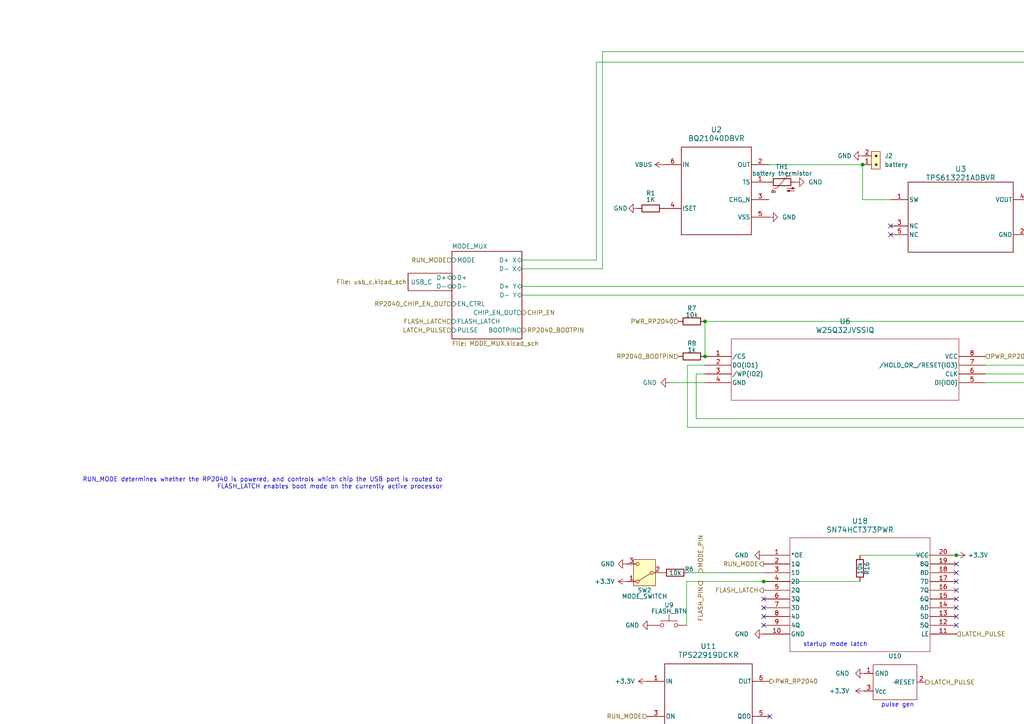
<source format=kicad_sch>
(kicad_sch (version 20230121) (generator eeschema)
  (paper "A4")
  (lib_symbols
    (symbol "2024-01-02_21-46-21:BQ21040DBVR" (pin_names (offset 0.254))
      (property "Reference" "U" (at 0 2.54 0))
      (property "Value" "BQ21040DBVR" (at 0 0 0))
      (symbol "BQ21040DBVR_0_1"
        (pin input line (at 15.24 2.54 180) (length 5.08) (name "TS") (number "1"))
        (pin power_in line (at 15.24 7.62 180) (length 5.08) (name "OUT") (number "2"))
        (pin open_collector line (at 15.24 -2.54 180) (length 5.08) (name "CHG_N") (number "3"))
        (pin input line (at -15.24 -5.08 0) (length 5.08) (name "ISET") (number "4"))
        (pin power_in line (at 15.24 -7.62 180) (length 5.08) (name "VSS") (number "5"))
        (pin power_in line (at -15.24 7.62 0) (length 5.08) (name "IN") (number "6"))
      )
    )
    (symbol "2024-01-02_21-46-27:TPS613221ADBVR" (pin_names (offset 0.254))
      (property "Reference" "U" (at 0 2.54 0))
      (property "Value" "TPS613221ADBVR" (at 0 0 0))
      (symbol "TPS613221ADBVR_0_1"
        (pin power_in line (at -20.32 5.08 0) (length 5.08) (name "SW") (number "1"))
        (pin power_in line (at 20.32 -5.08 180) (length 5.08) (name "GND") (number "2"))
        (pin unspecified line (at -20.32 -2.54 0) (length 5.08) (name "NC") (number "3"))
        (pin power_in line (at 20.32 5.08 180) (length 5.08) (name "VOUT") (number "4"))
        (pin unspecified line (at -20.32 -5.08 0) (length 5.08) (name "NC") (number "5"))
      )
    )
    (symbol "2024-01-09_16-08-29:W25Q32JVSSIQ" (pin_names (offset 0.254))
      (property "Reference" "U" (at 40.64 10.16 0))
      (property "Value" "W25Q32JVSSIQ" (at 40.64 7.62 0))
      (symbol "W25Q32JVSSIQ_0_1"
        (pin unspecified line (at 0 0 0) (length 7.62) (name "/CS") (number "1"))
        (pin unspecified line (at 0 -2.54 0) (length 7.62) (name "DO(IO1)") (number "2"))
        (pin unspecified line (at 0 -5.08 0) (length 7.62) (name "/WP(IO2)") (number "3"))
        (pin power_out line (at 0 -7.62 0) (length 7.62) (name "GND") (number "4"))
        (pin unspecified line (at 81.28 -7.62 180) (length 7.62) (name "DI(IO0)") (number "5"))
        (pin unspecified line (at 81.28 -5.08 180) (length 7.62) (name "CLK") (number "6"))
        (pin unspecified line (at 81.28 -2.54 180) (length 7.62) (name "/HOLD_OR_/RESET(IO3)") (number "7"))
        (pin power_in line (at 81.28 0 180) (length 7.62) (name "VCC") (number "8"))
      )
    )
    (symbol "2024-01-10_18-59-37:RESET_TIMER"
      (property "Reference" "U" (at 0 6.35 0))
      (symbol "RESET_TIMER_1_1"
        (pin passive line (at -8.89 2.54 0) (length 2.54) (name "GND") (number "1"))
        (pin output line (at 8.89 0 180) (length 2.54) (name "RESET") (number "2"))
        (pin passive line (at -8.89 -2.54 0) (length 2.54) (name "V_{CC}") (number "3"))
      )
    )
    (symbol "2024-01-10_19-26-16:TPS22919DCKR" (pin_names (offset 0.254))
      (property "Reference" "U" (at 0 2.54 0))
      (property "Value" "TPS22919DCKR" (at 0 0 0))
      (symbol "TPS22919DCKR_0_1"
        (pin power_in line (at -17.78 7.62 0) (length 5.08) (name "IN") (number "1"))
        (pin power_in line (at 17.78 -10.16 180) (length 5.08) (name "GND") (number "2"))
        (pin input line (at -17.78 -2.54 0) (length 5.08) (name "ON") (number "3"))
        (pin unspecified line (at -17.78 -10.16 0) (length 5.08) (name "N_C") (number "4"))
        (pin power_in line (at 17.78 -2.54 180) (length 5.08) (name "QOD") (number "5"))
        (pin power_in line (at 17.78 7.62 180) (length 5.08) (name "OUT") (number "6"))
      )
    )
    (symbol "2024-01-19_20-37-39:SN74HCT373PWR" (pin_names (offset 0.254))
      (property "Reference" "U" (at 27.94 10.16 0))
      (property "Value" "SN74HCT373PWR" (at 27.94 7.62 0))
      (symbol "SN74HCT373PWR_0_1"
        (pin input line (at 0 0 0) (length 7.62) (name "*OE") (number "1"))
        (pin power_in line (at 0 -22.86 0) (length 7.62) (name "GND") (number "10"))
        (pin input line (at 55.88 -22.86 180) (length 7.62) (name "LE") (number "11"))
        (pin output line (at 55.88 -20.32 180) (length 7.62) (name "5Q") (number "12"))
        (pin input line (at 55.88 -17.78 180) (length 7.62) (name "5D") (number "13"))
        (pin input line (at 55.88 -15.24 180) (length 7.62) (name "6D") (number "14"))
        (pin output line (at 55.88 -12.7 180) (length 7.62) (name "6Q") (number "15"))
        (pin output line (at 55.88 -10.16 180) (length 7.62) (name "7Q") (number "16"))
        (pin input line (at 55.88 -7.62 180) (length 7.62) (name "7D") (number "17"))
        (pin input line (at 55.88 -5.08 180) (length 7.62) (name "8D") (number "18"))
        (pin output line (at 55.88 -2.54 180) (length 7.62) (name "8Q") (number "19"))
        (pin output line (at 0 -2.54 0) (length 7.62) (name "1Q") (number "2"))
        (pin power_in line (at 55.88 0 180) (length 7.62) (name "VCC") (number "20"))
        (pin input line (at 0 -5.08 0) (length 7.62) (name "1D") (number "3"))
        (pin input line (at 0 -7.62 0) (length 7.62) (name "2D") (number "4"))
        (pin output line (at 0 -10.16 0) (length 7.62) (name "2Q") (number "5"))
        (pin output line (at 0 -12.7 0) (length 7.62) (name "3Q") (number "6"))
        (pin input line (at 0 -15.24 0) (length 7.62) (name "3D") (number "7"))
        (pin input line (at 0 -17.78 0) (length 7.62) (name "4D") (number "8"))
        (pin output line (at 0 -20.32 0) (length 7.62) (name "4Q") (number "9"))
      )
    )
    (symbol "5530843-5:5530843-5" (pin_names (offset 1.016))
      (property "Reference" "J" (at -10.16 34.29 0))
      (property "Value" "5530843-5" (at -10.16 -35.56 0))
      (symbol "5530843-5_0_0"
        (pin passive line (at -12.7 30.48 0) (length 5.08) (name "1") (number "1"))
        (pin passive line (at 12.7 20.32 180) (length 5.08) (name "10") (number "10"))
        (pin passive line (at -12.7 17.78 0) (length 5.08) (name "11") (number "11"))
        (pin passive line (at 12.7 17.78 180) (length 5.08) (name "12") (number "12"))
        (pin passive line (at -12.7 15.24 0) (length 5.08) (name "13") (number "13"))
        (pin passive line (at 12.7 15.24 180) (length 5.08) (name "14") (number "14"))
        (pin passive line (at -12.7 12.7 0) (length 5.08) (name "15") (number "15"))
        (pin passive line (at 12.7 12.7 180) (length 5.08) (name "16") (number "16"))
        (pin passive line (at -12.7 10.16 0) (length 5.08) (name "17") (number "17"))
        (pin passive line (at 12.7 10.16 180) (length 5.08) (name "18") (number "18"))
        (pin passive line (at -12.7 7.62 0) (length 5.08) (name "19") (number "19"))
        (pin passive line (at 12.7 30.48 180) (length 5.08) (name "2") (number "2"))
        (pin passive line (at 12.7 7.62 180) (length 5.08) (name "20") (number "20"))
        (pin passive line (at -12.7 5.08 0) (length 5.08) (name "21") (number "21"))
        (pin passive line (at 12.7 5.08 180) (length 5.08) (name "22") (number "22"))
        (pin passive line (at -12.7 2.54 0) (length 5.08) (name "23") (number "23"))
        (pin passive line (at 12.7 2.54 180) (length 5.08) (name "24") (number "24"))
        (pin passive line (at -12.7 0 0) (length 5.08) (name "25") (number "25"))
        (pin passive line (at 12.7 0 180) (length 5.08) (name "26") (number "26"))
        (pin passive line (at -12.7 -2.54 0) (length 5.08) (name "27") (number "27"))
        (pin passive line (at 12.7 -2.54 180) (length 5.08) (name "28") (number "28"))
        (pin passive line (at -12.7 -5.08 0) (length 5.08) (name "29") (number "29"))
        (pin passive line (at -12.7 27.94 0) (length 5.08) (name "3") (number "3"))
        (pin passive line (at 12.7 -5.08 180) (length 5.08) (name "30") (number "30"))
        (pin passive line (at -12.7 -7.62 0) (length 5.08) (name "31") (number "31"))
        (pin passive line (at 12.7 -7.62 180) (length 5.08) (name "32") (number "32"))
        (pin passive line (at -12.7 -10.16 0) (length 5.08) (name "33") (number "33"))
        (pin passive line (at 12.7 -10.16 180) (length 5.08) (name "34") (number "34"))
        (pin passive line (at -12.7 -12.7 0) (length 5.08) (name "35") (number "35"))
        (pin passive line (at 12.7 -12.7 180) (length 5.08) (name "36") (number "36"))
        (pin passive line (at -12.7 -15.24 0) (length 5.08) (name "37") (number "37"))
        (pin passive line (at 12.7 -15.24 180) (length 5.08) (name "38") (number "38"))
        (pin passive line (at -12.7 -17.78 0) (length 5.08) (name "39") (number "39"))
        (pin passive line (at 12.7 27.94 180) (length 5.08) (name "4") (number "4"))
        (pin passive line (at 12.7 -17.78 180) (length 5.08) (name "40") (number "40"))
        (pin passive line (at -12.7 -20.32 0) (length 5.08) (name "41") (number "41"))
        (pin passive line (at 12.7 -20.32 180) (length 5.08) (name "42") (number "42"))
        (pin passive line (at -12.7 -22.86 0) (length 5.08) (name "43") (number "43"))
        (pin passive line (at 12.7 -22.86 180) (length 5.08) (name "44") (number "44"))
        (pin passive line (at -12.7 -25.4 0) (length 5.08) (name "45") (number "45"))
        (pin passive line (at 12.7 -25.4 180) (length 5.08) (name "46") (number "46"))
        (pin passive line (at -12.7 -27.94 0) (length 5.08) (name "47") (number "47"))
        (pin passive line (at 12.7 -27.94 180) (length 5.08) (name "48") (number "48"))
        (pin passive line (at -12.7 -30.48 0) (length 5.08) (name "49") (number "49"))
        (pin passive line (at -12.7 25.4 0) (length 5.08) (name "5") (number "5"))
        (pin passive line (at 12.7 -30.48 180) (length 5.08) (name "50") (number "50"))
        (pin passive line (at 12.7 25.4 180) (length 5.08) (name "6") (number "6"))
        (pin passive line (at -12.7 22.86 0) (length 5.08) (name "7") (number "7"))
        (pin passive line (at 12.7 22.86 180) (length 5.08) (name "8") (number "8"))
        (pin passive line (at -12.7 20.32 0) (length 5.08) (name "9") (number "9"))
      )
    )
    (symbol "Connector:Micro_SD_Card" (pin_names (offset 1.016))
      (property "Reference" "J" (at -16.51 15.24 0))
      (property "Value" "Micro_SD_Card" (at 16.51 15.24 0))
      (symbol "Micro_SD_Card_1_1"
        (pin bidirectional line (at -22.86 7.62 0) (length 3.81) (name "DAT2") (number "1"))
        (pin bidirectional line (at -22.86 5.08 0) (length 3.81) (name "DAT3/CD") (number "2"))
        (pin input line (at -22.86 2.54 0) (length 3.81) (name "CMD") (number "3"))
        (pin power_in line (at -22.86 0 0) (length 3.81) (name "VDD") (number "4"))
        (pin input line (at -22.86 -2.54 0) (length 3.81) (name "CLK") (number "5"))
        (pin power_in line (at -22.86 -5.08 0) (length 3.81) (name "VSS") (number "6"))
        (pin bidirectional line (at -22.86 -7.62 0) (length 3.81) (name "DAT0") (number "7"))
        (pin bidirectional line (at -22.86 -10.16 0) (length 3.81) (name "DAT1") (number "8"))
        (pin passive line (at 20.32 -15.24 180) (length 3.81) (name "SHIELD") (number "9"))
      )
    )
    (symbol "Device:Crystal" (pin_numbers hide) (pin_names (offset 1.016) hide)
      (property "Reference" "Y" (at 0 3.81 0))
      (property "Value" "Crystal" (at 0 -3.81 0))
      (symbol "Crystal_1_1"
        (pin passive line (at -3.81 0 0) (length 1.27) (name "1") (number "1"))
        (pin passive line (at 3.81 0 180) (length 1.27) (name "2") (number "2"))
      )
    )
    (symbol "Device:R" (pin_numbers hide) (pin_names (offset 0))
      (property "Reference" "R" (at 2.032 0 90))
      (property "Value" "R" (at 0 0 90))
      (symbol "R_1_1"
        (pin passive line (at 0 3.81 270) (length 1.27) (name "~") (number "1"))
        (pin passive line (at 0 -3.81 90) (length 1.27) (name "~") (number "2"))
      )
    )
    (symbol "Device:Thermistor_NTC" (pin_numbers hide) (pin_names (offset 0))
      (property "Reference" "TH" (at -4.445 0 90))
      (property "Value" "Thermistor_NTC" (at 3.175 0 90))
      (symbol "Thermistor_NTC_1_1"
        (pin passive line (at 0 3.81 270) (length 1.27) (name "~") (number "1"))
        (pin passive line (at 0 -3.81 90) (length 1.27) (name "~") (number "2"))
      )
    )
    (symbol "MCU_RaspberryPi:RP2040"
      (property "Reference" "U" (at 17.78 45.72 0))
      (property "Value" "RP2040" (at 17.78 43.18 0))
      (symbol "RP2040_1_1"
        (pin power_in line (at 2.54 45.72 270) (length 3.81) (name "IOVDD") (number "1"))
        (pin passive line (at 2.54 45.72 270) (length 3.81) hide (name "IOVDD") (number "10"))
        (pin bidirectional line (at 25.4 17.78 180) (length 3.81) (name "GPIO8") (number "11"))
        (pin bidirectional line (at 25.4 15.24 180) (length 3.81) (name "GPIO9") (number "12"))
        (pin bidirectional line (at 25.4 12.7 180) (length 3.81) (name "GPIO10") (number "13"))
        (pin bidirectional line (at 25.4 10.16 180) (length 3.81) (name "GPIO11") (number "14"))
        (pin bidirectional line (at 25.4 7.62 180) (length 3.81) (name "GPIO12") (number "15"))
        (pin bidirectional line (at 25.4 5.08 180) (length 3.81) (name "GPIO13") (number "16"))
        (pin bidirectional line (at 25.4 2.54 180) (length 3.81) (name "GPIO14") (number "17"))
        (pin bidirectional line (at 25.4 0 180) (length 3.81) (name "GPIO15") (number "18"))
        (pin input line (at -25.4 -38.1 0) (length 3.81) (name "TESTEN") (number "19"))
        (pin bidirectional line (at 25.4 38.1 180) (length 3.81) (name "GPIO0") (number "2"))
        (pin input line (at -25.4 -7.62 0) (length 3.81) (name "XIN") (number "20"))
        (pin passive line (at -25.4 -17.78 0) (length 3.81) (name "XOUT") (number "21"))
        (pin passive line (at 2.54 45.72 270) (length 3.81) hide (name "IOVDD") (number "22"))
        (pin power_in line (at -2.54 45.72 270) (length 3.81) (name "DVDD") (number "23"))
        (pin input line (at -25.4 -27.94 0) (length 3.81) (name "SWCLK") (number "24"))
        (pin bidirectional line (at -25.4 -30.48 0) (length 3.81) (name "SWD") (number "25"))
        (pin input line (at -25.4 38.1 0) (length 3.81) (name "RUN") (number "26"))
        (pin bidirectional line (at 25.4 -2.54 180) (length 3.81) (name "GPIO16") (number "27"))
        (pin bidirectional line (at 25.4 -5.08 180) (length 3.81) (name "GPIO17") (number "28"))
        (pin bidirectional line (at 25.4 -7.62 180) (length 3.81) (name "GPIO18") (number "29"))
        (pin bidirectional line (at 25.4 35.56 180) (length 3.81) (name "GPIO1") (number "3"))
        (pin bidirectional line (at 25.4 -10.16 180) (length 3.81) (name "GPIO19") (number "30"))
        (pin bidirectional line (at 25.4 -12.7 180) (length 3.81) (name "GPIO20") (number "31"))
        (pin bidirectional line (at 25.4 -15.24 180) (length 3.81) (name "GPIO21") (number "32"))
        (pin passive line (at 2.54 45.72 270) (length 3.81) hide (name "IOVDD") (number "33"))
        (pin bidirectional line (at 25.4 -17.78 180) (length 3.81) (name "GPIO22") (number "34"))
        (pin bidirectional line (at 25.4 -20.32 180) (length 3.81) (name "GPIO23") (number "35"))
        (pin bidirectional line (at 25.4 -22.86 180) (length 3.81) (name "GPIO24") (number "36"))
        (pin bidirectional line (at 25.4 -25.4 180) (length 3.81) (name "GPIO25") (number "37"))
        (pin bidirectional line (at 25.4 -30.48 180) (length 3.81) (name "GPIO26_ADC0") (number "38"))
        (pin bidirectional line (at 25.4 -33.02 180) (length 3.81) (name "GPIO27_ADC1") (number "39"))
        (pin bidirectional line (at 25.4 33.02 180) (length 3.81) (name "GPIO2") (number "4"))
        (pin bidirectional line (at 25.4 -35.56 180) (length 3.81) (name "GPIO28_ADC2") (number "40"))
        (pin bidirectional line (at 25.4 -38.1 180) (length 3.81) (name "GPIO29_ADC3") (number "41"))
        (pin passive line (at 2.54 45.72 270) (length 3.81) hide (name "IOVDD") (number "42"))
        (pin power_in line (at 7.62 45.72 270) (length 3.81) (name "ADC_AVDD") (number "43"))
        (pin power_in line (at 10.16 45.72 270) (length 3.81) (name "VREG_IN") (number "44"))
        (pin power_out line (at -5.08 45.72 270) (length 3.81) (name "VREG_VOUT") (number "45"))
        (pin bidirectional line (at -25.4 27.94 0) (length 3.81) (name "USB_DM") (number "46"))
        (pin bidirectional line (at -25.4 30.48 0) (length 3.81) (name "USB_DP") (number "47"))
        (pin power_in line (at 5.08 45.72 270) (length 3.81) (name "USB_VDD") (number "48"))
        (pin passive line (at 2.54 45.72 270) (length 3.81) hide (name "IOVDD") (number "49"))
        (pin bidirectional line (at 25.4 30.48 180) (length 3.81) (name "GPIO3") (number "5"))
        (pin passive line (at -2.54 45.72 270) (length 3.81) hide (name "DVDD") (number "50"))
        (pin bidirectional line (at -25.4 7.62 0) (length 3.81) (name "QSPI_SD3") (number "51"))
        (pin output line (at -25.4 5.08 0) (length 3.81) (name "QSPI_SCLK") (number "52"))
        (pin bidirectional line (at -25.4 15.24 0) (length 3.81) (name "QSPI_SD0") (number "53"))
        (pin bidirectional line (at -25.4 10.16 0) (length 3.81) (name "QSPI_SD2") (number "54"))
        (pin bidirectional line (at -25.4 12.7 0) (length 3.81) (name "QSPI_SD1") (number "55"))
        (pin bidirectional line (at -25.4 20.32 0) (length 3.81) (name "QSPI_SS") (number "56"))
        (pin power_in line (at 0 -45.72 90) (length 3.81) (name "GND") (number "57"))
        (pin bidirectional line (at 25.4 27.94 180) (length 3.81) (name "GPIO4") (number "6"))
        (pin bidirectional line (at 25.4 25.4 180) (length 3.81) (name "GPIO5") (number "7"))
        (pin bidirectional line (at 25.4 22.86 180) (length 3.81) (name "GPIO6") (number "8"))
        (pin bidirectional line (at 25.4 20.32 180) (length 3.81) (name "GPIO7") (number "9"))
      )
    )
    (symbol "Switch:SW_SPDT" (pin_names (offset 0) hide)
      (property "Reference" "SW" (at 0 5.08 0))
      (property "Value" "SW_SPDT" (at 0 -5.08 0))
      (symbol "SW_SPDT_1_1"
        (pin passive line (at 5.08 2.54 180) (length 2.54) (name "A") (number "1"))
        (pin passive line (at -5.08 0 0) (length 2.54) (name "B") (number "2"))
        (pin passive line (at 5.08 -2.54 180) (length 2.54) (name "C") (number "3"))
      )
    )
    (symbol "custom:button" (pin_numbers hide) (pin_names hide)
      (property "Reference" "U" (at 0 5.08 0))
      (symbol "button_1_1"
        (pin passive line (at -5.08 0 0) (length 2.54) (name "1") (number "1"))
        (pin passive line (at 5.08 0 180) (length 2.54) (name "2") (number "2"))
      )
    )
    (symbol "dk_Rectangular-Connectors-Headers-Male-Pins:640456-3" (pin_names (offset 1.016))
      (property "Reference" "J" (at -2.54 1.27 0))
      (property "Value" "640456-3" (at 2.54 -3.81 0))
      (symbol "640456-3_1_1"
        (pin passive line (at 0 2.54 270) (length 2.54) (name "~") (number "1"))
        (pin passive line (at 2.54 2.54 270) (length 2.54) (name "~") (number "2"))
        (pin passive line (at 5.08 2.54 270) (length 2.54) (name "~") (number "3"))
      )
    )
    (symbol "dk_Rectangular-Connectors-Headers-Male-Pins:S2B-PH-K-S_LF__SN_" (pin_names (offset 1.016))
      (property "Reference" "J" (at -2.54 -1.27 0))
      (property "Value" "S2B-PH-K-S_LF__SN_" (at 1.27 -3.81 0))
      (symbol "S2B-PH-K-S_LF__SN__1_1"
        (pin passive line (at 0 2.54 270) (length 2.54) (name "~") (number "1"))
        (pin passive line (at 2.54 2.54 270) (length 2.54) (name "~") (number "2"))
      )
    )
    (symbol "power:+3.3V" (power) (pin_names (offset 0))
      (property "Value" "+3.3V" (at 0 3.556 0))
      (symbol "+3.3V_1_1"
        (pin power_in line (at 0 0 90) (length 0) hide (name "+3.3V") (number "1"))
      )
    )
    (symbol "power:GND" (power) (pin_names (offset 0))
      (property "Value" "GND" (at 0 -3.81 0))
      (symbol "GND_1_1"
        (pin power_in line (at 0 0 270) (length 0) hide (name "GND") (number "1"))
      )
    )
    (symbol "power:VBUS" (power) (pin_names (offset 0))
      (property "Value" "VBUS" (at 0 3.81 0))
      (symbol "VBUS_1_1"
        (pin power_in line (at 0 0 90) (length 0) hide (name "VBUS") (number "1"))
      )
    )
    (symbol "power:VCC" (power) (pin_names (offset 0))
      (property "Value" "VCC" (at 0 3.81 0))
      (symbol "VCC_1_1"
        (pin power_in line (at 0 0 90) (length 0) hide (name "VCC") (number "1"))
      )
    )
  )
  (junction (at 395.224 44.45))
  (junction (at 250.19 47.752))
  (junction (at 421.894 218.44))
  (junction (at 447.294 185.928))
  (junction (at 579.374 288.798))
  (junction (at 402.082 44.45))
  (junction (at 221.488 168.656))
  (junction (at 424.434 220.98))
  (junction (at 553.974 349.758))
  (junction (at 277.368 161.036))
  (junction (at 579.374 349.758))
  (junction (at 352.806 67.818))
  (junction (at 324.358 159.258))
  (junction (at 350.266 67.818))
  (junction (at 204.47 93.218))
  (junction (at 553.974 288.798))
  (junction (at 204.47 103.378))
  (junction (at 350.266 64.008))
  (junction (at 402.082 34.29))
  (junction (at 355.346 67.818))
  (no_connect (at 258.318 68.072))
  (no_connect (at 258.318 65.532))
  (no_connect (at 221.488 178.816))
  (no_connect (at 277.368 176.276))
  (no_connect (at 277.368 166.116))
  (no_connect (at 277.368 163.576))
  (no_connect (at 402.082 52.07))
  (no_connect (at 277.368 181.356))
  (no_connect (at 277.368 168.656))
  (no_connect (at 373.126 151.638))
  (no_connect (at 277.368 178.816))
  (no_connect (at 221.488 181.356))
  (no_connect (at 223.266 207.772))
  (no_connect (at 437.642 44.45))
  (no_connect (at 277.368 171.196))
  (no_connect (at 221.488 173.736))
  (no_connect (at 277.368 173.736))
  (no_connect (at 187.706 215.392))
  (no_connect (at 221.488 176.276))
  (wire (pts (xy 451.739 191.008) (xy 451.739 185.928)))
  (wire (pts (xy 172.974 18.034) (xy 549.148 18.034)))
  (wire (pts (xy 432.054 226.06) (xy 429.514 226.06)))
  (wire (pts (xy 322.326 130.048) (xy 322.326 131.318)))
  (wire (pts (xy 151.384 75.438) (xy 172.974 75.438)))
  (wire (pts (xy 322.326 64.008) (xy 350.266 64.008)))
  (wire (pts (xy 403.86 220.98) (xy 424.434 220.98)))
  (wire (pts (xy 402.082 146.558) (xy 402.082 155.448)))
  (wire (pts (xy 373.126 108.458) (xy 411.734 108.458)))
  (wire (pts (xy 373.126 88.138) (xy 411.734 88.138)))
  (wire (pts (xy 174.752 77.978) (xy 174.752 14.986)))
  (wire (pts (xy 199.39 105.918) (xy 199.39 123.952)))
  (wire (pts (xy 285.75 108.458) (xy 322.326 108.458)))
  (wire (pts (xy 311.15 110.998) (xy 311.15 98.298)))
  (wire (pts (xy 250.19 47.752) (xy 250.19 57.912)))
  (wire (pts (xy 201.93 121.412) (xy 316.23 121.412)))
  (wire (pts (xy 322.326 159.258) (xy 324.358 159.258)))
  (wire (pts (xy 221.488 168.656) (xy 249.428 168.656)))
  (wire (pts (xy 399.542 157.988) (xy 399.542 144.018)))
  (wire (pts (xy 373.126 85.598) (xy 411.734 85.598)))
  (wire (pts (xy 553.974 347.218) (xy 553.974 349.758)))
  (wire (pts (xy 402.082 185.928) (xy 447.294 185.928)))
  (wire (pts (xy 342.646 67.818) (xy 345.186 67.818)))
  (wire (pts (xy 454.406 152.908) (xy 404.622 152.908)))
  (wire (pts (xy 421.894 163.068) (xy 454.406 163.068)))
  (wire (pts (xy 553.974 288.798) (xy 553.974 291.338)))
  (wire (pts (xy 402.082 34.29) (xy 402.082 35.56)))
  (wire (pts (xy 322.326 151.638) (xy 322.326 159.258)))
  (wire (pts (xy 194.31 110.998) (xy 204.47 110.998)))
  (wire (pts (xy 373.126 131.318) (xy 411.734 131.318)))
  (wire (pts (xy 499.872 155.448) (xy 555.244 155.448)))
  (wire (pts (xy 352.806 67.818) (xy 355.346 67.818)))
  (wire (pts (xy 285.75 105.918) (xy 322.326 105.918)))
  (wire (pts (xy 313.69 100.838) (xy 322.326 100.838)))
  (wire (pts (xy 395.224 44.45) (xy 395.224 49.53)))
  (wire (pts (xy 373.126 95.758) (xy 411.734 95.758)))
  (wire (pts (xy 350.266 59.182) (xy 350.266 64.008)))
  (wire (pts (xy 151.384 77.978) (xy 174.752 77.978)))
  (wire (pts (xy 424.434 165.608) (xy 454.406 165.608)))
  (wire (pts (xy 549.148 18.034) (xy 549.148 152.908)))
  (wire (pts (xy 402.082 196.088) (xy 402.082 185.928)))
  (wire (pts (xy 426.974 223.52) (xy 432.054 223.52)))
  (wire (pts (xy 373.126 80.518) (xy 411.734 80.518)))
  (wire (pts (xy 373.126 100.838) (xy 411.734 100.838)))
  (wire (pts (xy 373.126 116.078) (xy 411.734 116.078)))
  (wire (pts (xy 249.428 161.036) (xy 277.368 161.036)))
  (wire (pts (xy 373.126 93.218) (xy 411.734 93.218)))
  (wire (pts (xy 404.622 152.908) (xy 404.622 138.938)))
  (wire (pts (xy 172.974 75.438) (xy 172.974 18.034)))
  (wire (pts (xy 373.126 128.778) (xy 411.734 128.778)))
  (wire (pts (xy 555.244 14.986) (xy 555.244 155.448)))
  (wire (pts (xy 404.622 138.938) (xy 373.126 138.938)))
  (wire (pts (xy 399.542 144.018) (xy 373.126 144.018)))
  (wire (pts (xy 285.75 110.998) (xy 311.15 110.998)))
  (wire (pts (xy 447.294 183.388) (xy 450.342 183.388)))
  (wire (pts (xy 373.126 123.698) (xy 411.734 123.698)))
  (wire (pts (xy 421.894 163.068) (xy 421.894 218.44)))
  (wire (pts (xy 373.126 118.618) (xy 411.734 118.618)))
  (wire (pts (xy 579.374 347.218) (xy 579.374 349.758)))
  (wire (pts (xy 451.104 183.388) (xy 451.104 188.468)))
  (wire (pts (xy 447.294 175.768) (xy 454.406 175.768)))
  (wire (pts (xy 447.294 191.008) (xy 451.739 191.008)))
  (wire (pts (xy 373.126 121.158) (xy 411.734 121.158)))
  (wire (pts (xy 394.97 34.29) (xy 402.082 34.29)))
  (wire (pts (xy 450.342 180.848) (xy 454.406 180.848)))
  (wire (pts (xy 407.416 150.368) (xy 454.406 150.368)))
  (wire (pts (xy 373.126 90.678) (xy 411.734 90.678)))
  (wire (pts (xy 402.082 155.448) (xy 454.406 155.448)))
  (wire (pts (xy 373.126 103.378) (xy 411.734 103.378)))
  (wire (pts (xy 454.406 183.388) (xy 451.104 183.388)))
  (wire (pts (xy 451.739 185.928) (xy 454.406 185.928)))
  (wire (pts (xy 322.326 64.008) (xy 322.326 75.438)))
  (wire (pts (xy 373.126 105.918) (xy 411.734 105.918)))
  (wire (pts (xy 350.266 64.008) (xy 350.266 67.818)))
  (wire (pts (xy 350.266 67.818) (xy 352.806 67.818)))
  (wire (pts (xy 174.752 14.986) (xy 555.244 14.986)))
  (wire (pts (xy 404.114 196.088) (xy 402.082 196.088)))
  (wire (pts (xy 316.23 121.412) (xy 316.23 103.378)))
  (wire (pts (xy 447.294 188.468) (xy 451.104 188.468)))
  (wire (pts (xy 403.86 218.44) (xy 421.894 218.44)))
  (wire (pts (xy 199.39 123.952) (xy 313.69 123.952)))
  (wire (pts (xy 579.374 288.798) (xy 579.374 291.338)))
  (wire (pts (xy 429.514 170.688) (xy 454.406 170.688)))
  (wire (pts (xy 373.126 146.558) (xy 402.082 146.558)))
  (wire (pts (xy 426.974 168.148) (xy 426.974 223.52)))
  (wire (pts (xy 395.224 44.45) (xy 402.082 44.45)))
  (wire (pts (xy 355.346 67.818) (xy 357.886 67.818)))
  (wire (pts (xy 373.126 110.998) (xy 411.734 110.998)))
  (wire (pts (xy 322.326 121.158) (xy 322.326 122.428)))
  (wire (pts (xy 407.416 136.398) (xy 407.416 150.368)))
  (wire (pts (xy 390.144 39.37) (xy 395.224 39.37)))
  (wire (pts (xy 204.47 105.918) (xy 199.39 105.918)))
  (wire (pts (xy 395.224 39.37) (xy 395.224 44.45)))
  (wire (pts (xy 151.384 83.058) (xy 314.706 83.058)))
  (wire (pts (xy 204.47 93.218) (xy 204.47 103.378)))
  (wire (pts (xy 373.126 136.398) (xy 407.416 136.398)))
  (wire (pts (xy 426.974 168.148) (xy 454.406 168.148)))
  (wire (pts (xy 373.126 126.238) (xy 411.734 126.238)))
  (wire (pts (xy 429.514 226.06) (xy 429.514 170.688)))
  (wire (pts (xy 450.342 183.388) (xy 450.342 180.848)))
  (wire (pts (xy 201.93 108.458) (xy 201.93 121.412)))
  (wire (pts (xy 447.294 173.228) (xy 454.406 173.228)))
  (wire (pts (xy 311.15 98.298) (xy 322.326 98.298)))
  (wire (pts (xy 424.434 220.98) (xy 424.434 165.608)))
  (wire (pts (xy 250.19 57.912) (xy 258.318 57.912)))
  (wire (pts (xy 199.136 168.656) (xy 199.136 181.356)))
  (wire (pts (xy 199.136 168.656) (xy 221.488 168.656)))
  (wire (pts (xy 447.294 178.308) (xy 454.406 178.308)))
  (wire (pts (xy 373.126 83.058) (xy 411.734 83.058)))
  (wire (pts (xy 151.384 85.598) (xy 314.706 85.598)))
  (wire (pts (xy 313.69 123.952) (xy 313.69 100.838)))
  (wire (pts (xy 402.082 44.45) (xy 402.082 43.18)))
  (wire (pts (xy 454.406 157.988) (xy 399.542 157.988)))
  (wire (pts (xy 204.47 93.218) (xy 322.326 93.218)))
  (wire (pts (xy 324.358 159.258) (xy 347.726 159.258)))
  (wire (pts (xy 373.126 113.538) (xy 411.734 113.538)))
  (wire (pts (xy 316.23 103.378) (xy 322.326 103.378)))
  (wire (pts (xy 432.054 220.98) (xy 424.434 220.98)))
  (wire (pts (xy 421.894 218.44) (xy 432.054 218.44)))
  (wire (pts (xy 373.126 98.298) (xy 411.734 98.298)))
  (wire (pts (xy 223.012 47.752) (xy 250.19 47.752)))
  (wire (pts (xy 499.872 152.908) (xy 549.148 152.908)))
  (wire (pts (xy 373.126 133.858) (xy 411.734 133.858)))
  (wire (pts (xy 204.47 108.458) (xy 201.93 108.458)))
  (wire (pts (xy 199.644 166.116) (xy 221.488 166.116)))
  (rectangle (start 408.94 209.804) (end 472.44 308.864) (stroke (width 1)))
  (rectangle (start 527.558 274.574) (end 604.52 406.146) (stroke (width 1)))
  (rectangle (start 520.192 181.864) (end 604.774 253.746) (stroke (width 1)))
  (text "pulse gen" (at 255.524 205.232 0) (effects (font (size 1.27 1.27)) (justify left bottom)))
  (text "RUN_MODE determines whether the RP2040 is powered, and controls which chip the USB port is routed to\nFLASH_LATCH enables boot mode on the currently active processor" (at 128.397 141.986 0) (effects (font (size 1.27 1.27)) (justify right bottom)))
  (text "main keypad (\"Main Block\")" (at 522.986 188.214 0) (effects (font (size 2.5 2.5) (thickness 0.5) bold) (justify left bottom)))
  (text "startup mode latch" (at 232.918 187.706 0) (effects (font (size 1.27 1.27)) (justify left bottom)))
  (text "RP2040 power controller" (at 193.294 220.472 0) (effects (font (size 1.27 1.27)) (justify left bottom)))
  (text "edge connector" (at 529.844 280.67 0) (effects (font (size 2.5 2.5) (thickness 1) bold) (justify left bottom)))
  (text "main connector IO" (at 414.782 211.582 90) (effects (font (size 2.5 2.5) bold) (justify right bottom)))
  (hierarchical_label "KPA0" (shape input) (at 563.372 196.342 180))
  (hierarchical_label "KPB12" (shape input) (at 446.024 289.56 0))
  (hierarchical_label "CHIP_EN" (shape output) (at 151.384 90.678 0))
  (hierarchical_label "KPB8" (shape input) (at 446.024 279.4 0))
  (hierarchical_label "KPA11" (shape input) (at 579.374 321.818 0))
  (hierarchical_label "KPB1" (shape output) (at 553.974 296.418 180))
  (hierarchical_label "KPB6" (shape output) (at 563.372 216.662 180))
  (hierarchical_label "KPB9" (shape output) (at 563.372 224.282 180))
  (hierarchical_label "RP2040_UART0_RX" (shape input) (at 373.126 77.978 0))
  (hierarchical_label "PWR_RP2040" (shape output) (at 223.266 197.612 0))
  (hierarchical_label "KPB6" (shape output) (at 553.974 309.118 180))
  (hierarchical_label "LATCH_PULSE" (shape output) (at 268.478 197.866 0))
  (hierarchical_label "KPB7" (shape output) (at 563.372 219.202 180))
  (hierarchical_label "PWR_RP2040" (shape input) (at 411.734 77.978 180))
  (hierarchical_label "KPB15" (shape output) (at 553.974 331.978 180))
  (hierarchical_label "KPB2" (shape output) (at 563.372 206.502 180))
  (hierarchical_label "KPA8" (shape output) (at 446.024 238.76 0))
  (hierarchical_label "CHIP_EN" (shape input) (at 454.406 145.288 180))
  (hierarchical_label "FLASH_PIN" (shape output) (at 203.2 168.656 270))
  (hierarchical_label "KPA14" (shape input) (at 579.374 329.438 0))
  (hierarchical_label "FLASH_PIN" (shape output) (at 579.374 334.518 0))
  (hierarchical_label "RP2040_CHIP_EN_OUT" (shape input) (at 131.064 88.138 180))
  (hierarchical_label "FLASH_LATCH" (shape output) (at 221.488 171.196 180))
  (hierarchical_label "KPB10" (shape output) (at 563.372 226.822 180))
  (hierarchical_label "KPB11" (shape output) (at 553.974 321.818 180))
  (hierarchical_label "KPA15" (shape output) (at 446.024 256.54 0))
  (hierarchical_label "RP2040_UART0_RX" (shape output) (at 579.374 339.598 0))
  (hierarchical_label "ESP32_UART0_RX" (shape input) (at 499.872 145.288 0))
  (hierarchical_label "RP2040_BOOTPIN" (shape input) (at 196.85 103.378 180))
  (hierarchical_label "KPB3" (shape input) (at 446.024 266.7 0))
  (hierarchical_label "KPB8" (shape output) (at 563.372 221.742 180))
  (hierarchical_label "KPB7" (shape output) (at 553.974 311.658 180))
  (hierarchical_label "KPA3" (shape input) (at 579.374 301.498 0))
  (hierarchical_label "KPA5" (shape input) (at 579.374 306.578 0))
  (hierarchical_label "KPA1" (shape input) (at 563.372 198.882 180))
  (hierarchical_label "KPA2" (shape input) (at 579.374 298.958 0))
  (hierarchical_label "GPIO_I2C_INT" (shape bidirectional) (at 579.374 342.138 0))
  (hierarchical_label "KPB0" (shape output) (at 563.372 201.422 180))
  (hierarchical_label "KPA0" (shape output) (at 446.024 218.44 0))
  (hierarchical_label "KPB15" (shape input) (at 446.024 297.18 0))
  (hierarchical_label "KPA13" (shape input) (at 579.374 326.898 0))
  (hierarchical_label "RP2040_CHIP_EN_OUT" (shape input) (at 373.126 149.098 0))
  (hierarchical_label "KPB15" (shape output) (at 563.372 239.522 180))
  (hierarchical_label "GPIO_I2C_SDA" (shape bidirectional) (at 403.86 220.98 180))
  (hierarchical_label "KPB14" (shape output) (at 563.372 236.982 180))
  (hierarchical_label "KPA0" (shape input) (at 579.374 293.878 0))
  (hierarchical_label "KPB6" (shape input) (at 446.024 274.32 0))
  (hierarchical_label "KPB13" (shape output) (at 563.372 234.442 180))
  (hierarchical_label "ESP32_UART0_TX" (shape output) (at 499.872 147.828 0))
  (hierarchical_label "FLASH_LATCH" (shape input) (at 454.406 193.548 180))
  (hierarchical_label "RUN_MODE" (shape input) (at 131.064 75.438 180))
  (hierarchical_label "KPA13" (shape output) (at 446.024 251.46 0))
  (hierarchical_label "KPA9" (shape input) (at 579.374 316.738 0))
  (hierarchical_label "KPA14" (shape output) (at 446.024 254 0))
  (hierarchical_label "RUN_MODE" (shape input) (at 187.706 207.772 180))
  (hierarchical_label "KPA10" (shape input) (at 579.374 319.278 0))
  (hierarchical_label "KPA4" (shape input) (at 579.374 304.038 0))
  (hierarchical_label "KPA10" (shape output) (at 446.024 243.84 0))
  (hierarchical_label "GLOBAL_RESET_PIN" (shape output) (at 553.974 334.518 180))
  (hierarchical_label "KPB5" (shape output) (at 553.974 306.578 180))
  (hierarchical_label "GPIO_I2C_SCL" (shape bidirectional) (at 553.974 344.678 180))
  (hierarchical_label "KPB3" (shape output) (at 553.974 301.498 180))
  (hierarchical_label "KPB0" (shape output) (at 553.974 293.878 180))
  (hierarchical_label "PWR_RP2040" (shape output) (at 350.266 59.182 90))
  (hierarchical_label "KPB5" (shape input) (at 446.024 271.78 0))
  (hierarchical_label "KPA7" (shape input) (at 579.374 311.658 0))
  (hierarchical_label "KPA6" (shape input) (at 579.374 309.118 0))
  (hierarchical_label "KPB10" (shape input) (at 446.024 284.48 0))
  (hierarchical_label "ESP32_UART0_TX" (shape input) (at 579.374 337.058 0))
  (hierarchical_label "GPIO_I2C_SDA" (shape bidirectional) (at 579.374 344.678 0))
  (hierarchical_label "KPA7" (shape output) (at 446.024 236.22 0))
  (hierarchical_label "PWR_RP2040" (shape input) (at 196.85 93.218 180))
  (hierarchical_label "GLOBAL_RESET_PIN" (shape input) (at 390.144 39.37 180))
  (hierarchical_label "LATCH_PULSE" (shape input) (at 277.368 183.896 0))
  (hierarchical_label "KPA15" (shape input) (at 579.374 331.978 0))
  (hierarchical_label "KPB4" (shape output) (at 563.372 211.582 180))
  (hierarchical_label "KPB13" (shape input) (at 446.024 292.1 0))
  (hierarchical_label "KPA1" (shape input) (at 579.374 296.418 0))
  (hierarchical_label "KPB13" (shape output) (at 553.974 326.898 180))
  (hierarchical_label "KPB0" (shape input) (at 446.024 259.08 0))
  (hierarchical_label "KPB14" (shape output) (at 553.974 329.438 180))
  (hierarchical_label "KPB2" (shape output) (at 553.974 298.958 180))
  (hierarchical_label "KPA4" (shape output) (at 446.024 228.6 0))
  (hierarchical_label "KPB3" (shape output) (at 563.372 209.042 180))
  (hierarchical_label "FLASH_LATCH" (shape input) (at 131.064 93.218 180))
  (hierarchical_label "PWR_RP2040" (shape input) (at 285.75 103.378 0))
  (hierarchical_label "KPA11" (shape output) (at 446.024 246.38 0))
  (hierarchical_label "RP2040_UART0_TX" (shape output) (at 373.126 75.438 0))
  (hierarchical_label "KPB8" (shape output) (at 553.974 314.198 180))
  (hierarchical_label "KPB10" (shape output) (at 553.974 319.278 180))
  (hierarchical_label "KPB9" (shape input) (at 446.024 281.94 0))
  (hierarchical_label "ESP32_UART0_RX" (shape output) (at 553.974 337.058 180))
  (hierarchical_label "KPA9" (shape output) (at 446.024 241.3 0))
  (hierarchical_label "KPB12" (shape output) (at 553.974 324.358 180))
  (hierarchical_label "RUN_MODE" (shape output) (at 221.488 163.576 180))
  (hierarchical_label "KPB4" (shape output) (at 553.974 304.038 180))
  (hierarchical_label "KPB7" (shape input) (at 446.024 276.86 0))
  (hierarchical_label "KPA6" (shape output) (at 446.024 233.68 0))
  (hierarchical_label "KPB1" (shape input) (at 446.024 261.62 0))
  (hierarchical_label "KPA12" (shape input) (at 579.374 324.358 0))
  (hierarchical_label "KPA2" (shape output) (at 446.024 223.52 0))
  (hierarchical_label "KPB9" (shape output) (at 553.974 316.738 180))
  (hierarchical_label "KPB11" (shape output) (at 563.372 229.362 180))
  (hierarchical_label "KPB2" (shape input) (at 446.024 264.16 0))
  (hierarchical_label "KPA3" (shape output) (at 446.024 226.06 0))
  (hierarchical_label "GPIO_I2C_SCL" (shape bidirectional) (at 403.86 218.44 180))
  (hierarchical_label "KPB1" (shape output) (at 563.372 203.962 180))
  (hierarchical_label "KPA5" (shape output) (at 446.024 231.14 0))
  (hierarchical_label "KPA8" (shape input) (at 579.374 314.198 0))
  (hierarchical_label "KPA12" (shape output) (at 446.024 248.92 0))
  (hierarchical_label "RP2040_BOOTPIN" (shape output) (at 151.384 95.758 0))
  (hierarchical_label "KPA1" (shape output) (at 446.024 220.98 0))
  (hierarchical_label "KPB11" (shape input) (at 446.024 287.02 0))
  (hierarchical_label "KPB5" (shape output) (at 563.372 214.122 180))
  (hierarchical_label "KPB14" (shape input) (at 446.024 294.64 0))
  (hierarchical_label "RP2040_UART0_TX" (shape input) (at 553.974 339.598 180))
  (hierarchical_label "LATCH_PULSE" (shape input) (at 131.064 95.758 180))
  (hierarchical_label "MODE_PIN" (shape output) (at 553.974 342.138 180))
  (hierarchical_label "KPB4" (shape input) (at 446.024 269.24 0))
  (hierarchical_label "KPB12" (shape output) (at 563.372 231.902 180))
  (hierarchical_label "MODE_PIN" (shape output) (at 203.2 166.116 90))
  (symbol (lib_id "2024-01-09_16-08-29:W25Q32JVSSIQ") (at 204.47 103.378 0) (unit 1)
    (property "Reference" "U6" (at 245.11 93.218 0) (effects (font (size 1.524 1.524))))
    (property "Value" "W25Q32JVSSIQ" (at 245.11 95.758 0) (effects (font (size 1.524 1.524))))
    (property "Footprint" "footprints:SOIC-8_5P28X5P28_WIN" (effects hide))
    (property "Datasheet" "W25Q32JVSSIQ" (effects hide))
  )
  (symbol (lib_id "power:VCC") (at 298.958 57.912 270) (unit 1)
    (property "Reference" "#PWR027" (effects hide))
    (property "Value" "VCC" (at 302.26 57.912 90) (effects (justify left)))
  )
  (symbol (lib_id "5530843-5:5530843-5") (at 566.674 319.278 0) (mirror x) (unit 1)
    (property "Reference" "J3" (at 556.514 353.568 0) (effects (justify left bottom)))
    (property "Value" "5530843-5" (at 556.514 283.718 0) (effects (justify left bottom)))
    (property "Footprint" "5530843_5:edgeport" (effects hide))
    (property "PARTREV" "G1" (effects hide))
    (property "STANDARD" "Manufacturer Recommendations" (effects hide))
    (property "MAXIMUM_PACKAGE_HEIGHT" "15.5 mm" (effects hide))
    (property "MANUFACTURER" "TE Connectivity" (effects hide))
  )
  (symbol (lib_id "power:+3.3V") (at 250.698 200.406 90) (unit 1)
    (property "Reference" "#PWR031" (effects hide))
    (property "Value" "+3.3V" (at 246.38 200.406 90) (effects (justify left)))
  )
  (symbol (lib_id "power:GND") (at 385.064 49.53 270) (unit 1)
    (property "Reference" "#PWR08" (effects hide))
    (property "Value" "GND" (at 381 49.53 90) (effects (justify right)))
  )
  (symbol (lib_id "custom:button") (at 390.144 49.53 0) (unit 1)
    (property "Reference" "U17" (at 390.144 43.688 0))
    (property "Value" "RESET_BTN" (at 390.144 45.466 0))
    (property "Footprint" "Button_Switch_SMD:SW_Tactile_SPST_NO_Straight_CK_PTS636Sx25SMTRLFS" (effects hide))
  )
  (symbol (lib_id "Device:R") (at 402.082 39.37 0) (unit 1)
    (property "Reference" "R17" (at 403.86 38.1 0) (effects (justify left)))
    (property "Value" "10k" (at 403.86 40.64 0) (effects (justify left)))
    (property "Footprint" "Resistor_SMD:R_1206_3216Metric" (effects hide))
  )
  (symbol (lib_id "power:GND") (at 221.488 161.036 270) (unit 1)
    (property "Reference" "#PWR014" (effects hide))
    (property "Value" "GND" (at 217.17 161.036 90) (effects (justify right)))
  )
  (symbol (lib_id "power:+3.3V") (at 437.642 34.29 270) (unit 1)
    (property "Reference" "#PWR013" (effects hide))
    (property "Value" "+3.3V" (at 440.817 34.29 90) (effects (justify left)))
  )
  (symbol (lib_id "power:VCC") (at 394.97 34.29 90) (unit 1)
    (property "Reference" "#PWR03" (effects hide))
    (property "Value" "VCC" (at 391.668 34.29 90) (effects (justify left)))
  )
  (symbol (lib_id "MCU_RaspberryPi:RP2040") (at 347.726 113.538 0) (unit 1)
    (property "Reference" "U1" (at 345.186 112.268 0) (effects (justify left)))
    (property "Value" "RP2040" (at 345.186 114.808 0) (effects (justify left)))
    (property "Footprint" "Package_DFN_QFN:QFN-56-1EP_7x7mm_P0.4mm_EP3.2x3.2mm" (effects hide))
    (property "Datasheet" "https://datasheets.raspberrypi.com/rp2040/rp2040-datasheet.pdf" (effects hide))
  )
  (symbol (lib_id "power:GND") (at 322.326 138.938 90) (unit 1)
    (property "Reference" "#PWR050" (effects hide))
    (property "Value" "GND" (at 326.39 138.938 90) (effects (justify right)))
  )
  (symbol (lib_id "Device:R") (at 200.66 93.218 270) (unit 1)
    (property "Reference" "R7" (at 200.66 89.408 90))
    (property "Value" "10k" (at 200.66 91.313 90))
    (property "Footprint" "Resistor_SMD:R_1206_3216Metric" (effects hide))
  )
  (symbol (lib_id "2024-01-02_21-46-21:BQ21040DBVR") (at 207.772 55.372 0) (unit 1)
    (property "Reference" "U2" (at 207.772 37.592 0) (effects (font (size 1.524 1.524))))
    (property "Value" "BQ21040DBVR" (at 207.772 40.132 0) (effects (font (size 1.524 1.524))))
    (property "Footprint" "footprints:DBV0006A_N" (effects hide))
    (property "Datasheet" "BQ21040DBVR" (effects hide))
  )
  (symbol (lib_id "2024-01-02_21-46-27:TPS613221ADBVR") (at 278.638 62.992 0) (unit 1)
    (property "Reference" "U3" (at 278.638 49.022 0) (effects (font (size 1.524 1.524))))
    (property "Value" "TPS613221ADBVR" (at 278.638 51.562 0) (effects (font (size 1.524 1.524))))
    (property "Footprint" "footprints:DBV0005A_N" (effects hide))
    (property "Datasheet" "TPS613221ADBVR" (effects hide))
  )
  (symbol (lib_id "2024-01-10_18-59-37:RESET_TIMER") (at 259.588 197.866 0) (unit 1)
    (property "Reference" "U10" (at 259.588 190.246 0))
    (property "Value" "~" (at 259.588 197.866 0))
    (property "Footprint" "footprints:SOT-23_M3_MCH" (effects hide))
  )
  (symbol (lib_id "Device:Thermistor_NTC") (at 226.822 52.832 90) (unit 1)
    (property "Reference" "TH1" (at 226.822 48.387 90))
    (property "Value" "battery thermistor" (at 226.822 50.292 90))
    (property "Footprint" "Resistor_SMD:R_0201_0603Metric_Pad0.64x0.40mm_HandSolder" (effects hide))
  )
  (symbol (lib_id "power:+3.3V") (at 277.368 161.036 270) (unit 1)
    (property "Reference" "#PWR029" (effects hide))
    (property "Value" "+3.3V" (at 280.67 161.036 90) (effects (justify left)))
  )
  (symbol (lib_id "power:+3.3V") (at 579.374 349.758 270) (unit 1)
    (property "Reference" "#PWR040" (effects hide))
    (property "Value" "+3.3V" (at 582.93 349.758 90) (effects (justify left)))
  )
  (symbol (lib_id "power:+3.3V") (at 187.706 197.612 90) (unit 1)
    (property "Reference" "#PWR035" (effects hide))
    (property "Value" "+3.3V" (at 184.15 197.612 90) (effects (justify left)))
  )
  (symbol (lib_id "power:GND") (at 194.31 110.998 270) (unit 1)
    (property "Reference" "#PWR011" (effects hide))
    (property "Value" "GND" (at 190.5 110.998 90) (effects (justify right)))
  )
  (symbol (lib_id "power:GND") (at 324.358 159.258 0) (unit 1)
    (property "Reference" "#PWR04" (effects hide))
    (property "Value" "GND" (at 324.358 164.338 0))
  )
  (symbol (lib_id "power:GND") (at 298.958 68.072 90) (unit 1)
    (property "Reference" "#PWR05" (effects hide))
    (property "Value" "GND" (at 302.133 68.072 90) (effects (justify right)))
  )
  (symbol (lib_id "Device:R") (at 195.834 166.116 270) (unit 1)
    (property "Reference" "R6" (at 199.898 165.1 90))
    (property "Value" "10k" (at 195.834 166.116 90))
    (property "Footprint" "Resistor_SMD:R_1206_3216Metric" (effects hide))
  )
  (symbol (lib_id "Connector:Micro_SD_Card") (at 424.434 180.848 0) (mirror y) (unit 1)
    (property "Reference" "J8" (at 423.799 202.565 0))
    (property "Value" "Micro_SD_Card" (at 423.799 200.025 0))
    (property "Footprint" "5530843_5:msd-11-a" (effects hide))
    (property "Datasheet" "http://katalog.we-online.de/em/datasheet/693072010801.pdf" (effects hide))
  )
  (symbol (lib_id "power:GND") (at 221.488 183.896 270) (unit 1)
    (property "Reference" "#PWR030" (effects hide))
    (property "Value" "GND" (at 217.17 183.896 90) (effects (justify right)))
  )
  (symbol (lib_id "Device:R") (at 318.516 85.598 90) (unit 1)
    (property "Reference" "R4" (at 318.516 88.138 90))
    (property "Value" "27" (at 318.516 90.043 90))
    (property "Footprint" "Resistor_SMD:R_1206_3216Metric" (effects hide))
  )
  (symbol (lib_id "power:+3.3V") (at 181.864 168.656 90) (unit 1)
    (property "Reference" "#PWR033" (effects hide))
    (property "Value" "+3.3V" (at 178.308 168.656 90) (effects (justify left)))
  )
  (symbol (lib_id "2024-01-10_19-26-16:TPS22919DCKR") (at 419.862 41.91 0) (unit 1)
    (property "Reference" "U8" (at 419.862 24.13 0) (effects (font (size 1.524 1.524))))
    (property "Value" "TPS22919DCKR" (at 419.862 26.67 0) (effects (font (size 1.524 1.524))))
    (property "Footprint" "footprints:DCK0006A_N" (effects hide))
    (property "Datasheet" "TPS22919DCKR" (effects hide))
  )
  (symbol (lib_id "power:GND") (at 184.912 60.452 270) (unit 1)
    (property "Reference" "#PWR06" (effects hide))
    (property "Value" "GND" (at 177.927 60.452 90) (effects (justify left)))
  )
  (symbol (lib_id "power:+3.3V") (at 447.294 180.848 270) (unit 1)
    (property "Reference" "#PWR054" (effects hide))
    (property "Value" "+3.3V" (at 450.85 180.848 90) (effects (justify left)))
  )
  (symbol (lib_id "Device:R") (at 318.516 83.058 90) (unit 1)
    (property "Reference" "R3" (at 318.516 78.613 90))
    (property "Value" "27" (at 318.516 80.518 90))
    (property "Footprint" "Resistor_SMD:R_1206_3216Metric" (effects hide))
  )
  (symbol (lib_id "power:GND") (at 230.632 52.832 90) (unit 1)
    (property "Reference" "#PWR07" (effects hide))
    (property "Value" "GND" (at 234.442 52.832 90) (effects (justify right)))
  )
  (symbol (lib_id "2024-01-10_19-26-16:TPS22919DCKR") (at 205.486 205.232 0) (unit 1)
    (property "Reference" "U11" (at 205.486 187.452 0) (effects (font (size 1.524 1.524))))
    (property "Value" "TPS22919DCKR" (at 205.486 189.992 0) (effects (font (size 1.524 1.524))))
    (property "Footprint" "footprints:DCK0006A_N" (effects hide))
    (property "Datasheet" "TPS22919DCKR" (effects hide))
  )
  (symbol (lib_id "power:GND") (at 437.642 52.07 90) (unit 1)
    (property "Reference" "#PWR023" (effects hide))
    (property "Value" "GND" (at 441.96 52.07 90) (effects (justify right)))
  )
  (symbol (lib_id "Device:R") (at 249.428 164.846 180) (unit 1)
    (property "Reference" "R16" (at 251.46 164.846 90))
    (property "Value" "10k" (at 249.428 164.846 90))
    (property "Footprint" "Resistor_SMD:R_1206_3216Metric" (effects hide))
  )
  (symbol (lib_id "power:GND") (at 223.012 62.992 90) (unit 1)
    (property "Reference" "#PWR015" (effects hide))
    (property "Value" "GND" (at 226.822 62.992 90) (effects (justify right)))
  )
  (symbol (lib_id "Device:R") (at 188.722 60.452 270) (unit 1)
    (property "Reference" "R1" (at 188.722 56.007 90))
    (property "Value" "1K" (at 188.722 57.912 90))
    (property "Footprint" "Resistor_SMD:R_1206_3216Metric" (effects hide))
  )
  (symbol (lib_id "custom:button") (at 194.056 181.356 0) (unit 1)
    (property "Reference" "U9" (at 194.056 175.514 0))
    (property "Value" "FLASH_BTN" (at 194.056 177.292 0))
    (property "Footprint" "Button_Switch_SMD:SW_Tactile_SPST_NO_Straight_CK_PTS636Sx25SMTRLFS" (effects hide))
  )
  (symbol (lib_id "Device:Crystal") (at 322.326 126.238 270) (unit 1)
    (property "Reference" "Y1" (at 326.136 124.968 90) (effects (justify left)))
    (property "Value" "12MHz" (at 326.136 127.508 90) (effects (justify left)))
    (property "Footprint" "Crystal:Crystal_HC49-4H_Vertical" (effects hide))
  )
  (symbol (lib_id "power:VBUS") (at 192.532 47.752 90) (unit 1)
    (property "Reference" "#PWR012" (effects hide))
    (property "Value" "VBUS" (at 189.23 47.752 90) (effects (justify left)))
  )
  (symbol (lib_id "power:GND") (at 250.19 45.212 270) (unit 1)
    (property "Reference" "#PWR01" (effects hide))
    (property "Value" "GND" (at 247.015 45.212 90) (effects (justify right)))
  )
  (symbol (lib_id "2024-01-19_20-37-39:SN74HCT373PWR") (at 221.488 161.036 0) (unit 1)
    (property "Reference" "U18" (at 249.428 151.13 0) (effects (font (size 1.524 1.524))))
    (property "Value" "SN74HCT373PWR" (at 249.428 153.67 0) (effects (font (size 1.524 1.524))))
    (property "Footprint" "footprints:PW20" (effects hide))
    (property "Datasheet" "SN74HCT373PWR" (effects hide))
  )
  (symbol (lib_id "power:GND") (at 447.294 185.928 90) (unit 1)
    (property "Reference" "#PWR053" (effects hide))
    (property "Value" "GND" (at 450.85 185.928 90) (effects (justify right)))
  )
  (symbol (lib_id "dk_Rectangular-Connectors-Headers-Male-Pins:S2B-PH-K-S_LF__SN_") (at 252.73 47.752 90) (unit 1)
    (property "Reference" "J2" (at 256.54 45.212 90) (effects (justify right)))
    (property "Value" "battery" (at 256.54 47.752 90) (effects (justify right)))
    (property "Footprint" "digikey-footprints:PinHeader_1x2_P2mm_Drill1mm_RA" (effects hide))
    (property "Datasheet" "http://www.jst-mfg.com/product/pdf/eng/ePH.pdf" (effects hide))
    (property "Digi-Key_PN" "455-1719-ND" (effects hide))
    (property "MPN" "S2B-PH-K-S(LF)(SN)" (effects hide))
    (property "Category" "Connectors, Interconnects" (effects hide))
    (property "Family" "Rectangular Connectors - Headers, Male Pins" (effects hide))
    (property "DK_Datasheet_Link" "http://www.jst-mfg.com/product/pdf/eng/ePH.pdf" (effects hide))
    (property "DK_Detail_Page" "/product-detail/en/jst-sales-america-inc/S2B-PH-K-S(LF)(SN)/455-1719-ND/926626" (effects hide))
    (property "Description" "CONN HEADER R/A 2POS 2MM" (effects hide))
    (property "Manufacturer" "JST Sales America Inc." (effects hide))
    (property "Status" "Active" (effects hide))
  )
  (symbol (lib_id "power:GND") (at 579.374 288.798 90) (unit 1)
    (property "Reference" "#PWR068" (effects hide))
    (property "Value" "GND" (at 582.676 288.798 90) (effects (justify right)))
  )
  (symbol (lib_id "Switch:SW_SPDT") (at 186.944 166.116 180) (unit 1)
    (property "Reference" "SW2" (at 186.944 171.196 0))
    (property "Value" "MODE_SWITCH" (at 186.944 172.974 0))
    (property "Footprint" "Button_Switch_SMD:SW_SPDT_CK-JS102011SAQN" (effects hide))
  )
  (symbol (lib_id "power:GND") (at 188.976 181.356 270) (unit 1)
    (property "Reference" "#PWR039" (effects hide))
    (property "Value" "GND" (at 185.42 181.356 90) (effects (justify right)))
  )
  (symbol (lib_id "dk_Rectangular-Connectors-Headers-Male-Pins:640456-3") (at 319.786 138.938 270) (unit 1)
    (property "Reference" "J7" (at 318.516 133.35 90))
    (property "Value" "640456-3" (at 318.516 135.89 90))
    (property "Footprint" "digikey-footprints:PinHeader_1x3_P2.54_Drill1.1mm" (effects hide))
    (property "Datasheet" "https://www.te.com/commerce/DocumentDelivery/DDEController?Action=srchrtrv&DocNm=640456&DocType=Customer+Drawing&DocLang=English" (effects hide))
    (property "Digi-Key_PN" "A19470-ND" (effects hide))
    (property "MPN" "640456-3" (effects hide))
    (property "Category" "Connectors, Interconnects" (effects hide))
    (property "Family" "Rectangular Connectors - Headers, Male Pins" (effects hide))
    (property "DK_Datasheet_Link" "https://www.te.com/commerce/DocumentDelivery/DDEController?Action=srchrtrv&DocNm=640456&DocType=Customer+Drawing&DocLang=English" (effects hide))
    (property "DK_Detail_Page" "/product-detail/en/te-connectivity-amp-connectors/640456-3/A19470-ND/259010" (effects hide))
    (property "Description" "CONN HEADER VERT 3POS 2.54MM" (effects hide))
    (property "Manufacturer" "TE Connectivity AMP Connectors" (effects hide))
    (property "Status" "Active" (effects hide))
  )
  (symbol (lib_id "power:GND") (at 223.266 215.392 90) (unit 1)
    (property "Reference" "#PWR036" (effects hide))
    (property "Value" "GND" (at 227.33 215.392 90) (effects (justify right)))
  )
  (symbol (lib_id "power:+3.3V") (at 553.974 349.758 90) (unit 1)
    (property "Reference" "#PWR028" (effects hide))
    (property "Value" "+3.3V" (at 550.164 349.758 90) (effects (justify left)))
  )
  (symbol (lib_id "power:GND") (at 553.974 288.798 270) (unit 1)
    (property "Reference" "#PWR026" (effects hide))
    (property "Value" "GND" (at 550.164 288.798 90) (effects (justify right)))
  )
  (symbol (lib_id "power:GND") (at 181.864 163.576 270) (unit 1)
    (property "Reference" "#PWR034" (effects hide))
    (property "Value" "GND" (at 178.308 163.576 90) (effects (justify right)))
  )
  (symbol (lib_id "power:GND") (at 250.698 195.326 270) (unit 1)
    (property "Reference" "#PWR032" (effects hide))
    (property "Value" "GND" (at 246.38 195.326 90) (effects (justify right)))
  )
  (symbol (lib_id "Device:R") (at 200.66 103.378 270) (unit 1)
    (property "Reference" "R8" (at 200.66 99.568 90))
    (property "Value" "1k" (at 200.66 101.473 90))
    (property "Footprint" "Resistor_SMD:R_1206_3216Metric" (effects hide))
  )
  (sheet (at 563.372 193.802) (size 12.7 48.26) (stroke (width 0.1524))
    (property "Sheetname" "MAIN_KEYPAD" (at 563.372 193.0904 0) (effects (justify left bottom)))
    (property "Sheetfile" "MAIN_KEYPAD.kicad_sch" (at 563.372 242.6466 0) (effects (justify left top)))
    (pin "A0" input (at 563.372 196.342 180))
    (pin "B0" output (at 563.372 201.422 180))
    (pin "B5" output (at 563.372 214.122 180))
    (pin "B12" output (at 563.372 231.902 180))
    (pin "B6" output (at 563.372 216.662 180))
    (pin "B1" output (at 563.372 203.962 180))
    (pin "B7" output (at 563.372 219.202 180))
    (pin "B13" output (at 563.372 234.442 180))
    (pin "A1" input (at 563.372 198.882 180))
    (pin "B9" output (at 563.372 224.282 180))
    (pin "B15" output (at 563.372 239.522 180))
    (pin "B3" output (at 563.372 209.042 180))
    (pin "B10" output (at 563.372 226.822 180))
    (pin "B2" output (at 563.372 206.502 180))
    (pin "B4" output (at 563.372 211.582 180))
    (pin "B11" output (at 563.372 229.362 180))
    (pin "B14" output (at 563.372 236.982 180))
    (pin "B8" output (at 563.372 221.742 180))
  )
  (sheet (at 185.674 369.57) (size 56.388 63.5) (stroke (width 0.1524))
    (property "Sheetname" "mathboard" (at 185.674 368.8584 0) (effects (justify left bottom)))
    (property "Sheetfile" "mathboard.kicad_sch" (at 185.674 433.6546 0) (effects (justify left top)))
  )
  (sheet (at 432.054 215.9) (size 13.97 83.82) (stroke (width 0.1524))
    (property "Sheetname" "64_GPIO_I2C" (at 432.054 215.1884 0) (effects (justify left bottom)))
    (property "Sheetfile" "64_GPIO_I2C.kicad_sch" (at 432.054 300.3046 0) (effects (justify left top)))
    (pin "SCL" bidirectional (at 432.054 218.44 180))
    (pin "~{RESET}" bidirectional (at 432.054 226.06 180))
    (pin "SDA" bidirectional (at 432.054 220.98 180))
    (pin "~{INT}" bidirectional (at 432.054 223.52 180))
    (pin "A15" output (at 446.024 256.54 0))
    (pin "A14" output (at 446.024 254 0))
    (pin "A13" output (at 446.024 251.46 0))
    (pin "A12" output (at 446.024 248.92 0))
    (pin "A11" output (at 446.024 246.38 0))
    (pin "B14" input (at 446.024 294.64 0))
    (pin "B15" input (at 446.024 297.18 0))
    (pin "B13" input (at 446.024 292.1 0))
    (pin "B11" input (at 446.024 287.02 0))
    (pin "B12" input (at 446.024 289.56 0))
    (pin "A10" output (at 446.024 243.84 0))
    (pin "A9" output (at 446.024 241.3 0))
    (pin "A8" output (at 446.024 238.76 0))
    (pin "A7" output (at 446.024 236.22 0))
    (pin "A2" output (at 446.024 223.52 0))
    (pin "A0" output (at 446.024 218.44 0))
    (pin "A1" output (at 446.024 220.98 0))
    (pin "B9" input (at 446.024 281.94 0))
    (pin "B7" input (at 446.024 276.86 0))
    (pin "B8" input (at 446.024 279.4 0))
    (pin "B6" input (at 446.024 274.32 0))
    (pin "B10" input (at 446.024 284.48 0))
    (pin "B2" input (at 446.024 264.16 0))
    (pin "B0" input (at 446.024 259.08 0))
    (pin "B4" input (at 446.024 269.24 0))
    (pin "B1" input (at 446.024 261.62 0))
    (pin "B3" input (at 446.024 266.7 0))
    (pin "B5" input (at 446.024 271.78 0))
    (pin "A6" output (at 446.024 233.68 0))
    (pin "A3" output (at 446.024 226.06 0))
    (pin "A4" output (at 446.024 228.6 0))
    (pin "A5" output (at 446.024 231.14 0))
  )
  (sheet (at 118.364 79.248) (size 12.7 5.08) (stroke (width 0.1524))
    (property "Sheetname" "USB_C" (at 119.126 82.55 0) (effects (justify left bottom)))
    (property "Sheetfile" "usb_c.kicad_sch" (at 97.536 81.026 0) (effects (justify left top)))
    (pin "D-" bidirectional (at 131.064 83.058 0))
    (pin "D+" bidirectional (at 131.064 80.518 0))
  )
  (sheet (at 131.064 72.898) (size 20.32 25.4) (stroke (width 0.1524))
    (property "Sheetname" "MODE_MUX" (at 131.064 72.1864 0) (effects (justify left bottom)))
    (property "Sheetfile" "MODE_MUX.kicad_sch" (at 131.064 98.8826 0) (effects (justify left top)))
    (pin "D+ Y" bidirectional (at 151.384 83.058 0))
    (pin "D- Y" bidirectional (at 151.384 85.598 0))
    (pin "D- X" bidirectional (at 151.384 77.978 0))
    (pin "D+ X" bidirectional (at 151.384 75.438 0))
    (pin "D-" bidirectional (at 131.064 83.058 180))
    (pin "D+" bidirectional (at 131.064 80.518 180))
    (pin "MODE" input (at 131.064 75.438 180))
    (pin "EN_CTRL" input (at 131.064 88.138 180))
    (pin "BOOTPIN" output (at 151.384 95.758 0))
    (pin "PULSE" input (at 131.064 95.758 180))
    (pin "CHIP_EN_OUT" output (at 151.384 90.678 0))
    (pin "FLASH_LATCH" input (at 131.064 93.218 180))
  )
  (sheet (at 411.734 75.438) (size 12.7 60.96) (stroke (width 0.1524))
    (property "Sheetname" "DISP_CONN" (at 411.734 74.7264 0) (effects (justify left bottom)))
    (property "Sheetfile" "DISP_CONN.kicad_sch" (at 411.734 136.9826 0) (effects (justify left top)))
    (pin "LEDA" input (at 411.734 80.518 180))
    (pin "DB9" input (at 411.734 100.838 180))
    (pin "DB10" input (at 411.734 98.298 180))
    (pin "DB12" input (at 411.734 93.218 180))
    (pin "DB11" input (at 411.734 95.758 180))
    (pin "DB14" input (at 411.734 88.138 180))
    (pin "DB13" input (at 411.734 90.678 180))
    (pin "DB15" input (at 411.734 85.598 180))
    (pin "RESET" input (at 411.734 83.058 180))
    (pin "DB0" input (at 411.734 123.698 180))
    (pin "DB3" input (at 411.734 116.078 180))
    (pin "DB2" input (at 411.734 118.618 180))
    (pin "DB1" input (at 411.734 121.158 180))
    (pin "RS (D{slash}C)" input (at 411.734 131.318 180))
    (pin "WR" input (at 411.734 128.778 180))
    (pin "DB6" input (at 411.734 108.458 180))
    (pin "DB7" input (at 411.734 105.918 180))
    (pin "DB4" input (at 411.734 113.538 180))
    (pin "DB5" input (at 411.734 110.998 180))
    (pin "CS" input (at 411.734 133.858 180))
    (pin "DB8" input (at 411.734 103.378 180))
    (pin "RD" input (at 411.734 126.238 180))
    (pin "PWR" input (at 411.734 77.978 180))
  )
  (sheet (at 454.406 142.748) (size 45.466 53.34) (stroke (width 0.1524))
    (property "Sheetname" "ESP32" (at 454.406 142.0364 0) (effects (justify left bottom)))
    (property "Sheetfile" "esp32.kicad_sch" (at 454.406 196.6726 0) (effects (justify left top)))
    (pin "D+" bidirectional (at 499.872 152.908 0))
    (pin "D-" bidirectional (at 499.872 155.448 0))
    (pin "IO_14" bidirectional (at 454.406 173.228 180))
    (pin "EN" input (at 454.406 145.288 180))
    (pin "LP_UART_RTSN" output (at 454.406 157.988 180))
    (pin "LP_UART_CTSN" input (at 454.406 155.448 180))
    (pin "IO_1" bidirectional (at 454.406 165.608 180))
    (pin "IO_0" bidirectional (at 454.406 163.068 180))
    (pin "IO_6" bidirectional (at 454.406 168.148 180))
    (pin "IO_7" bidirectional (at 454.406 170.688 180))
    (pin "FLASH_LATCH" input (at 454.406 193.548 180))
    (pin "IO_18" bidirectional (at 454.406 175.768 180))
    (pin "IO_19" bidirectional (at 454.406 178.308 180))
    (pin "IO_20" bidirectional (at 454.406 180.848 180))
    (pin "LP_UART_TXD" output (at 454.406 152.908 180))
    (pin "LP_UART_RXD" input (at 454.406 150.368 180))
    (pin "IO_21" bidirectional (at 454.406 183.388 180))
    (pin "IO_22" bidirectional (at 454.406 185.928 180))
    (pin "IO_23" bidirectional (at 454.406 188.468 180))
    (pin "RXD0" input (at 499.872 145.288 0))
    (pin "TXD0" output (at 499.872 147.828 0))
  )
)
</source>
